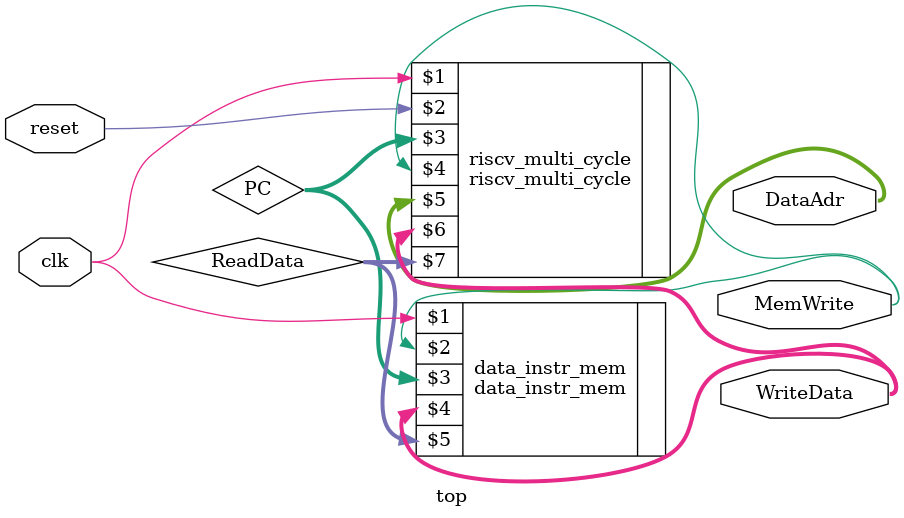
<source format=sv>
module top(input   logic              clk, reset,
                  output logic [31:0] WriteData, DataAdr,
                  output logic             MemWrite);
    logic [31:0] PC, Instr, ReadData;
    // instantiate processor and memories
     riscv_multi_cycle riscv_multi_cycle(clk, reset, PC, MemWrite,
DataAdr,  WriteData, ReadData);
    data_instr_mem data_instr_mem(clk, MemWrite, PC, WriteData, ReadData);
endmodule
</source>
